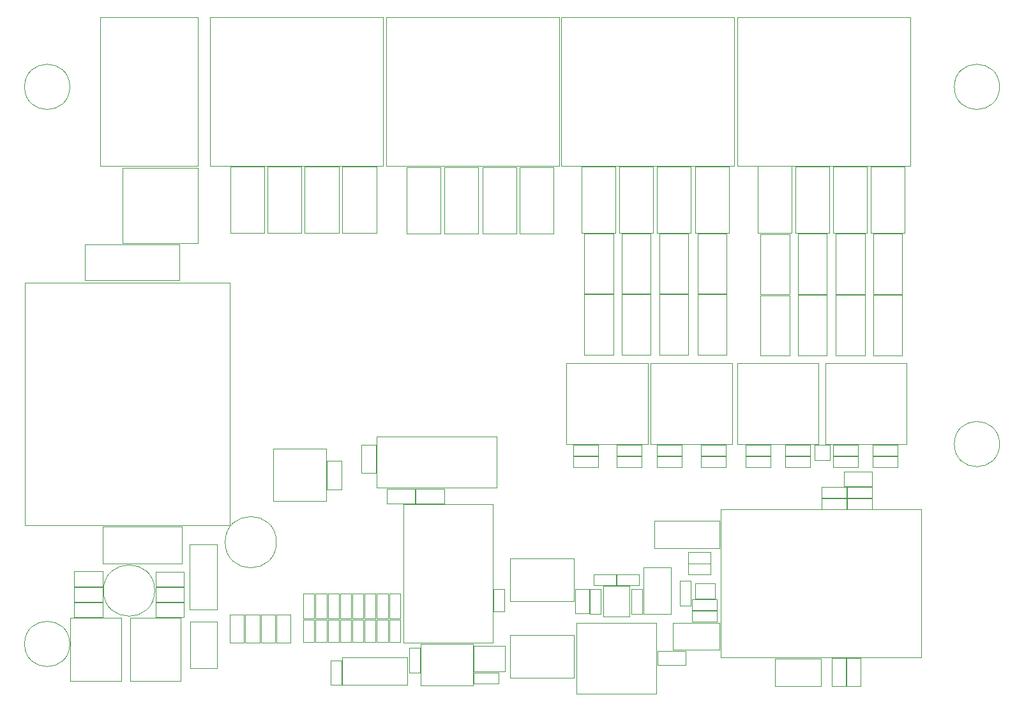
<source format=gbr>
G04 #@! TF.GenerationSoftware,KiCad,Pcbnew,8.0.2*
G04 #@! TF.CreationDate,2024-05-29T19:15:58+02:00*
G04 #@! TF.ProjectId,hamodule,68616d6f-6475-46c6-952e-6b696361645f,20240528.23.8*
G04 #@! TF.SameCoordinates,Original*
G04 #@! TF.FileFunction,Other,User*
%FSLAX46Y46*%
G04 Gerber Fmt 4.6, Leading zero omitted, Abs format (unit mm)*
G04 Created by KiCad (PCBNEW 8.0.2) date 2024-05-29 19:15:58*
%MOMM*%
%LPD*%
G01*
G04 APERTURE LIST*
%ADD10C,0.050000*%
%ADD11C,0.120000*%
G04 APERTURE END LIST*
D10*
X45952500Y-106937400D02*
X45952500Y-113087400D01*
X45952500Y-113087400D02*
X49552500Y-113087400D01*
X49552500Y-106937400D02*
X45952500Y-106937400D01*
X49552500Y-113087400D02*
X49552500Y-106937400D01*
X98231000Y-55461500D02*
X102071000Y-55461500D01*
X98231000Y-63461500D02*
X98231000Y-55461500D01*
X102071000Y-55461500D02*
X102071000Y-63461500D01*
X102071000Y-63461500D02*
X98231000Y-63461500D01*
X103184000Y-55461500D02*
X107024000Y-55461500D01*
X103184000Y-63461500D02*
X103184000Y-55461500D01*
X107024000Y-55461500D02*
X107024000Y-63461500D01*
X107024000Y-63461500D02*
X103184000Y-63461500D01*
X32002400Y-56933070D02*
X32002400Y-61633070D01*
X32002400Y-56933070D02*
X44502400Y-56933070D01*
X32002400Y-61633070D02*
X44502400Y-61633070D01*
X44502400Y-56933070D02*
X44502400Y-61633070D01*
X103184000Y-63513300D02*
X107024000Y-63513300D01*
X103184000Y-71513300D02*
X103184000Y-63513300D01*
X107024000Y-63513300D02*
X107024000Y-71513300D01*
X107024000Y-71513300D02*
X103184000Y-71513300D01*
X98231000Y-63513300D02*
X102071000Y-63513300D01*
X98231000Y-71513300D02*
X98231000Y-63513300D01*
X102071000Y-63513300D02*
X102071000Y-71513300D01*
X102071000Y-71513300D02*
X98231000Y-71513300D01*
X53279000Y-106008200D02*
X55179000Y-106008200D01*
X53279000Y-109708200D02*
X53279000Y-106008200D01*
X55179000Y-106008200D02*
X55179000Y-109708200D01*
X55179000Y-109708200D02*
X53279000Y-109708200D01*
X51221600Y-106007800D02*
X53121600Y-106007800D01*
X51221600Y-109707800D02*
X51221600Y-106007800D01*
X53121600Y-106007800D02*
X53121600Y-109707800D01*
X53121600Y-109707800D02*
X51221600Y-109707800D01*
X37989300Y-106449700D02*
X37989300Y-114849700D01*
X37989300Y-114849700D02*
X44739300Y-114849700D01*
X44739300Y-106449700D02*
X37989300Y-106449700D01*
X44739300Y-114849700D02*
X44739300Y-106449700D01*
X30602700Y-100289800D02*
X34362700Y-100289800D01*
X30602700Y-102249800D02*
X30602700Y-100289800D01*
X34362700Y-100289800D02*
X34362700Y-102249800D01*
X34362700Y-102249800D02*
X30602700Y-102249800D01*
X41397700Y-104379200D02*
X45157700Y-104379200D01*
X41397700Y-106339200D02*
X41397700Y-104379200D01*
X45157700Y-104379200D02*
X45157700Y-106339200D01*
X45157700Y-106339200D02*
X41397700Y-106339200D01*
X24056000Y-61946600D02*
X51256000Y-61946600D01*
X24056000Y-94146600D02*
X24056000Y-61946600D01*
X51256000Y-61946600D02*
X51256000Y-94146600D01*
X51256000Y-94146600D02*
X24056000Y-94146600D01*
X34408700Y-94339200D02*
X34408700Y-99249200D01*
X34408700Y-99249200D02*
X44908700Y-99249200D01*
X44908700Y-94339200D02*
X34408700Y-94339200D01*
X44908700Y-99249200D02*
X44908700Y-94339200D01*
X48612402Y-26776000D02*
X48612402Y-46486400D01*
X48612402Y-46486400D02*
X71523202Y-46486400D01*
X71523202Y-26776000D02*
X48612402Y-26776000D01*
X71523202Y-46486400D02*
X71523202Y-26776000D01*
X34066002Y-26799599D02*
X34066002Y-46509999D01*
X34066002Y-46509999D02*
X46974002Y-46509999D01*
X46974002Y-26799599D02*
X34066002Y-26799599D01*
X46974002Y-46509999D02*
X46974002Y-26799599D01*
X95184602Y-26771799D02*
X95184602Y-46482199D01*
X95184602Y-46482199D02*
X118095402Y-46482199D01*
X118095402Y-26771799D02*
X95184602Y-26771799D01*
X118095402Y-46482199D02*
X118095402Y-26771799D01*
X37027000Y-56765200D02*
X37027000Y-46765200D01*
X37027000Y-56765200D02*
X47027000Y-56765200D01*
X47027000Y-46765200D02*
X37027000Y-46765200D01*
X47027000Y-46765200D02*
X47027000Y-56765200D01*
X30000000Y-36000000D02*
G75*
G02*
X24000000Y-36000000I-3000000J0D01*
G01*
X24000000Y-36000000D02*
G75*
G02*
X30000000Y-36000000I3000000J0D01*
G01*
X153300000Y-36000000D02*
G75*
G02*
X147300000Y-36000000I-3000000J0D01*
G01*
X147300000Y-36000000D02*
G75*
G02*
X153300000Y-36000000I3000000J0D01*
G01*
X130189178Y-72686118D02*
X130189178Y-83386118D01*
X130189178Y-83386118D02*
X140989178Y-83386118D01*
X140989178Y-72686118D02*
X130189178Y-72686118D01*
X140989178Y-83386118D02*
X140989178Y-72686118D01*
X113242400Y-63513300D02*
X117082400Y-63513300D01*
X113242400Y-71513300D02*
X113242400Y-63513300D01*
X117082400Y-63513300D02*
X117082400Y-71513300D01*
X117082400Y-71513300D02*
X113242400Y-71513300D01*
X108213200Y-55461500D02*
X112053200Y-55461500D01*
X108213200Y-63461500D02*
X108213200Y-55461500D01*
X112053200Y-55461500D02*
X112053200Y-63461500D01*
X112053200Y-63461500D02*
X108213200Y-63461500D01*
X113242400Y-55461500D02*
X117082400Y-55461500D01*
X113242400Y-63461500D02*
X113242400Y-55461500D01*
X117082400Y-55461500D02*
X117082400Y-63461500D01*
X117082400Y-63461500D02*
X113242400Y-63461500D01*
X95881300Y-72689600D02*
X95881300Y-83389600D01*
X95881300Y-83389600D02*
X106681300Y-83389600D01*
X106681300Y-72689600D02*
X95881300Y-72689600D01*
X106681300Y-83389600D02*
X106681300Y-72689600D01*
X107057300Y-72689600D02*
X107057300Y-83389600D01*
X107057300Y-83389600D02*
X117857300Y-83389600D01*
X117857300Y-72689600D02*
X107057300Y-72689600D01*
X117857300Y-83389600D02*
X117857300Y-72689600D01*
X108213200Y-63513300D02*
X112053200Y-63513300D01*
X108213200Y-71513300D02*
X108213200Y-63513300D01*
X112053200Y-63513300D02*
X112053200Y-71513300D01*
X112053200Y-71513300D02*
X108213200Y-71513300D01*
X129726902Y-89057199D02*
X133026902Y-89057199D01*
X129726902Y-90517199D02*
X129726902Y-89057199D01*
X133026902Y-89057199D02*
X133026902Y-90517199D01*
X133026902Y-90517199D02*
X129726902Y-90517199D01*
X129714402Y-90581199D02*
X133014402Y-90581199D01*
X129714402Y-92041199D02*
X129714402Y-90581199D01*
X133014402Y-90581199D02*
X133014402Y-92041199D01*
X133014402Y-92041199D02*
X129714402Y-92041199D01*
X30064500Y-106449700D02*
X30064500Y-114849700D01*
X30064500Y-114849700D02*
X36814500Y-114849700D01*
X36814500Y-106449700D02*
X30064500Y-106449700D01*
X36814500Y-114849700D02*
X36814500Y-106449700D01*
X88397000Y-98542600D02*
X88397000Y-104242600D01*
X88397000Y-104242600D02*
X96897000Y-104242600D01*
X96897000Y-98542600D02*
X88397000Y-98542600D01*
X96897000Y-104242600D02*
X96897000Y-98542600D01*
X88395800Y-108702600D02*
X88395800Y-114402600D01*
X88395800Y-114402600D02*
X96895800Y-114402600D01*
X96895800Y-108702600D02*
X88395800Y-108702600D01*
X96895800Y-114402600D02*
X96895800Y-108702600D01*
X123505402Y-111859699D02*
X123505402Y-115459699D01*
X123505402Y-115459699D02*
X129655402Y-115459699D01*
X129655402Y-111859699D02*
X123505402Y-111859699D01*
X129655402Y-115459699D02*
X129655402Y-111859699D01*
X133069402Y-90581199D02*
X136369402Y-90581199D01*
X133069402Y-92041199D02*
X133069402Y-90581199D01*
X136369402Y-90581199D02*
X136369402Y-92041199D01*
X136369402Y-92041199D02*
X133069402Y-92041199D01*
X110925402Y-101519699D02*
X112385402Y-101519699D01*
X110925402Y-104819699D02*
X110925402Y-101519699D01*
X112385402Y-101519699D02*
X112385402Y-104819699D01*
X112385402Y-104819699D02*
X110925402Y-104819699D01*
X99455402Y-100659699D02*
X102415402Y-100659699D01*
X99455402Y-102119699D02*
X99455402Y-100659699D01*
X102415402Y-100659699D02*
X102415402Y-102119699D01*
X102415402Y-102119699D02*
X99455402Y-102119699D01*
X55361800Y-106008200D02*
X57261800Y-106008200D01*
X55361800Y-109708200D02*
X55361800Y-106008200D01*
X57261800Y-106008200D02*
X57261800Y-109708200D01*
X57261800Y-109708200D02*
X55361800Y-109708200D01*
X56988800Y-84027600D02*
X63988800Y-84027600D01*
X56988800Y-90927600D02*
X56988800Y-84027600D01*
X63988800Y-84027600D02*
X63988800Y-90927600D01*
X63988800Y-90927600D02*
X56988800Y-90927600D01*
X62603600Y-103253900D02*
X64063600Y-103253900D01*
X62603600Y-106553900D02*
X62603600Y-103253900D01*
X64063600Y-103253900D02*
X64063600Y-106553900D01*
X64063600Y-106553900D02*
X62603600Y-106553900D01*
X118542304Y-26771799D02*
X118542304Y-46482199D01*
X118542304Y-46482199D02*
X141453104Y-46482199D01*
X141453104Y-26771799D02*
X118542304Y-26771799D01*
X141453104Y-46482199D02*
X141453104Y-26771799D01*
X71980402Y-26776000D02*
X71980402Y-46486400D01*
X71980402Y-46486400D02*
X94891202Y-46486400D01*
X94891202Y-26776000D02*
X71980402Y-26776000D01*
X94891202Y-46486400D02*
X94891202Y-26776000D01*
X60978000Y-103252000D02*
X62438000Y-103252000D01*
X60978000Y-106552000D02*
X60978000Y-103252000D01*
X62438000Y-103252000D02*
X62438000Y-106552000D01*
X62438000Y-106552000D02*
X60978000Y-106552000D01*
X126539200Y-63617800D02*
X130379200Y-63617800D01*
X126539200Y-71617800D02*
X126539200Y-63617800D01*
X130379200Y-63617800D02*
X130379200Y-71617800D01*
X130379200Y-71617800D02*
X126539200Y-71617800D01*
X119612502Y-85031299D02*
X122912502Y-85031299D01*
X119612502Y-86491299D02*
X119612502Y-85031299D01*
X122912502Y-85031299D02*
X122912502Y-86491299D01*
X122912502Y-86491299D02*
X119612502Y-86491299D01*
X126539200Y-55485800D02*
X130379200Y-55485800D01*
X126539200Y-63485800D02*
X126539200Y-55485800D01*
X130379200Y-55485800D02*
X130379200Y-63485800D01*
X130379200Y-63485800D02*
X126539200Y-63485800D01*
X60978000Y-106724100D02*
X62438000Y-106724100D01*
X60978000Y-109684100D02*
X60978000Y-106724100D01*
X62438000Y-106724100D02*
X62438000Y-109684100D01*
X62438000Y-109684100D02*
X60978000Y-109684100D01*
X131244602Y-85031299D02*
X134544602Y-85031299D01*
X131244602Y-86491299D02*
X131244602Y-85031299D01*
X134544602Y-85031299D02*
X134544602Y-86491299D01*
X134544602Y-86491299D02*
X131244602Y-86491299D01*
X79652800Y-46654400D02*
X84152800Y-46654400D01*
X79652800Y-55504400D02*
X79652800Y-46654400D01*
X84152800Y-46654400D02*
X84152800Y-55504400D01*
X84152800Y-55504400D02*
X79652800Y-55504400D01*
X57393800Y-106007800D02*
X59293800Y-106007800D01*
X57393800Y-109707800D02*
X57393800Y-106007800D01*
X59293800Y-106007800D02*
X59293800Y-109707800D01*
X59293800Y-109707800D02*
X57393800Y-109707800D01*
X107877126Y-83482480D02*
X111177126Y-83482480D01*
X107877126Y-84942480D02*
X107877126Y-83482480D01*
X111177126Y-83482480D02*
X111177126Y-84942480D01*
X111177126Y-84942480D02*
X107877126Y-84942480D01*
X107484000Y-93602400D02*
X107484000Y-97202400D01*
X107484000Y-97202400D02*
X116134000Y-97202400D01*
X116134000Y-93602400D02*
X107484000Y-93602400D01*
X116134000Y-97202400D02*
X116134000Y-93602400D01*
X102854000Y-46550900D02*
X107354000Y-46550900D01*
X102854000Y-55400900D02*
X102854000Y-46550900D01*
X107354000Y-46550900D02*
X107354000Y-55400900D01*
X107354000Y-55400900D02*
X102854000Y-55400900D01*
X69106000Y-103252000D02*
X70566000Y-103252000D01*
X69106000Y-106552000D02*
X69106000Y-103252000D01*
X70566000Y-103252000D02*
X70566000Y-106552000D01*
X70566000Y-106552000D02*
X69106000Y-106552000D01*
X67480400Y-103253900D02*
X68940400Y-103253900D01*
X67480400Y-106553900D02*
X67480400Y-103253900D01*
X68940400Y-103253900D02*
X68940400Y-106553900D01*
X68940400Y-106553900D02*
X67480400Y-106553900D01*
X121600200Y-63665600D02*
X125440200Y-63665600D01*
X121600200Y-71665600D02*
X121600200Y-63665600D01*
X125440200Y-63665600D02*
X125440200Y-71665600D01*
X125440200Y-71665600D02*
X121600200Y-71665600D01*
X96750026Y-83482480D02*
X100050026Y-83482480D01*
X96750026Y-84942480D02*
X96750026Y-83482480D01*
X100050026Y-83482480D02*
X100050026Y-84942480D01*
X100050026Y-84942480D02*
X96750026Y-84942480D01*
X83578900Y-110176800D02*
X83578900Y-113576800D01*
X83578900Y-113576800D02*
X87678900Y-113576800D01*
X87678900Y-110176800D02*
X83578900Y-110176800D01*
X87678900Y-113576800D02*
X87678900Y-110176800D01*
X112025402Y-97749699D02*
X114985402Y-97749699D01*
X112025402Y-99209699D02*
X112025402Y-97749699D01*
X114985402Y-97749699D02*
X114985402Y-99209699D01*
X114985402Y-99209699D02*
X112025402Y-99209699D01*
X57400400Y-96398400D02*
G75*
G02*
X50600400Y-96398400I-3400000J0D01*
G01*
X50600400Y-96398400D02*
G75*
G02*
X57400400Y-96398400I3400000J0D01*
G01*
X136476202Y-83507299D02*
X139776202Y-83507299D01*
X136476202Y-84967299D02*
X136476202Y-83507299D01*
X139776202Y-83507299D02*
X139776202Y-84967299D01*
X139776202Y-84967299D02*
X136476202Y-84967299D01*
X121600200Y-55535600D02*
X125440200Y-55535600D01*
X121600200Y-63535600D02*
X121600200Y-55535600D01*
X125440200Y-55535600D02*
X125440200Y-63535600D01*
X125440200Y-63535600D02*
X121600200Y-63535600D01*
X112025402Y-99224699D02*
X114985402Y-99224699D01*
X112025402Y-100684699D02*
X112025402Y-99224699D01*
X114985402Y-99224699D02*
X114985402Y-100684699D01*
X114985402Y-100684699D02*
X112025402Y-100684699D01*
D11*
X116305402Y-92069699D02*
X116305402Y-111669699D01*
X142905402Y-92069699D02*
X116305402Y-92069699D01*
X142905402Y-111669699D02*
X116305402Y-111669699D01*
X142905402Y-111669699D02*
X142905402Y-92069699D01*
D10*
X136572200Y-55485800D02*
X140412200Y-55485800D01*
X136572200Y-63485800D02*
X136572200Y-55485800D01*
X140412200Y-55485800D02*
X140412200Y-63485800D01*
X140412200Y-63485800D02*
X136572200Y-63485800D01*
X69106000Y-106724000D02*
X70566000Y-106724000D01*
X69106000Y-109684000D02*
X69106000Y-106724000D01*
X70566000Y-106724000D02*
X70566000Y-109684000D01*
X70566000Y-109684000D02*
X69106000Y-109684000D01*
X83564300Y-113686800D02*
X86864300Y-113686800D01*
X83564300Y-115146800D02*
X83564300Y-113686800D01*
X86864300Y-113686800D02*
X86864300Y-115146800D01*
X86864300Y-115146800D02*
X83564300Y-115146800D01*
X112912400Y-46550900D02*
X117412400Y-46550900D01*
X112912400Y-55400900D02*
X112912400Y-46550900D01*
X117412400Y-46550900D02*
X117412400Y-55400900D01*
X117412400Y-55400900D02*
X112912400Y-55400900D01*
X106115402Y-99744699D02*
X106115402Y-105894699D01*
X106115402Y-105894699D02*
X109715402Y-105894699D01*
X109715402Y-99744699D02*
X106115402Y-99744699D01*
X109715402Y-105894699D02*
X109715402Y-99744699D01*
X131252400Y-46552800D02*
X135752400Y-46552800D01*
X131252400Y-55402800D02*
X131252400Y-46552800D01*
X135752400Y-46552800D02*
X135752400Y-55402800D01*
X135752400Y-55402800D02*
X131252400Y-55402800D01*
X74985200Y-110415200D02*
X76445200Y-110415200D01*
X74985200Y-113715200D02*
X74985200Y-110415200D01*
X76445200Y-110415200D02*
X76445200Y-113715200D01*
X76445200Y-113715200D02*
X74985200Y-113715200D01*
X86163400Y-102660000D02*
X87623400Y-102660000D01*
X86163400Y-105620000D02*
X86163400Y-102660000D01*
X87623400Y-102660000D02*
X87623400Y-105620000D01*
X87623400Y-105620000D02*
X86163400Y-105620000D01*
X110005800Y-107089800D02*
X110005800Y-110689800D01*
X110005800Y-110689800D02*
X116155800Y-110689800D01*
X116155800Y-107089800D02*
X110005800Y-107089800D01*
X116155800Y-110689800D02*
X116155800Y-107089800D01*
X124844902Y-83507299D02*
X128144902Y-83507299D01*
X124844902Y-84967299D02*
X124844902Y-83507299D01*
X128144902Y-83507299D02*
X128144902Y-84967299D01*
X128144902Y-84967299D02*
X124844902Y-84967299D01*
X128807200Y-83531200D02*
X128807200Y-85531200D01*
X128807200Y-83531200D02*
X130807200Y-83531200D01*
X130807200Y-85531200D02*
X128807200Y-85531200D01*
X130807200Y-85531200D02*
X130807200Y-83531200D01*
X132984200Y-111764200D02*
X134884200Y-111764200D01*
X132984200Y-115464200D02*
X132984200Y-111764200D01*
X134884200Y-111764200D02*
X134884200Y-115464200D01*
X134884200Y-115464200D02*
X132984200Y-115464200D01*
X68641400Y-83460100D02*
X70601400Y-83460100D01*
X68641400Y-87220100D02*
X68641400Y-83460100D01*
X70601400Y-83460100D02*
X70601400Y-87220100D01*
X70601400Y-87220100D02*
X68641400Y-87220100D01*
X97005600Y-102658400D02*
X97005600Y-105858400D01*
X98905600Y-102658400D02*
X97005600Y-102658400D01*
X98905600Y-102658400D02*
X98905600Y-105858400D01*
X98905600Y-105858400D02*
X97005600Y-105858400D01*
X126247800Y-46552800D02*
X130747800Y-46552800D01*
X126247800Y-55402800D02*
X126247800Y-46552800D01*
X130747800Y-46552800D02*
X130747800Y-55402800D01*
X130747800Y-55402800D02*
X126247800Y-55402800D01*
X66158300Y-46567900D02*
X70658300Y-46567900D01*
X66158300Y-55417900D02*
X66158300Y-46567900D01*
X70658300Y-46567900D02*
X70658300Y-55417900D01*
X70658300Y-55417900D02*
X66158300Y-55417900D01*
X118505178Y-72686118D02*
X118505178Y-83386118D01*
X118505178Y-83386118D02*
X129305178Y-83386118D01*
X129305178Y-72686118D02*
X118505178Y-72686118D01*
X129305178Y-83386118D02*
X129305178Y-72686118D01*
X131593800Y-55485800D02*
X135433800Y-55485800D01*
X131593800Y-63485800D02*
X131593800Y-55485800D01*
X135433800Y-55485800D02*
X135433800Y-63485800D01*
X135433800Y-63485800D02*
X131593800Y-63485800D01*
X136476202Y-85031299D02*
X139776202Y-85031299D01*
X136476202Y-86491299D02*
X136476202Y-85031299D01*
X139776202Y-85031299D02*
X139776202Y-86491299D01*
X139776202Y-86491299D02*
X136476202Y-86491299D01*
X30602700Y-102347200D02*
X34362700Y-102347200D01*
X30602700Y-104307200D02*
X30602700Y-102347200D01*
X34362700Y-102347200D02*
X34362700Y-104307200D01*
X34362700Y-104307200D02*
X30602700Y-104307200D01*
X66142800Y-111701700D02*
X66142800Y-115301700D01*
X66142800Y-115301700D02*
X74792800Y-115301700D01*
X74792800Y-111701700D02*
X66142800Y-111701700D01*
X74792800Y-115301700D02*
X74792800Y-111701700D01*
X74699800Y-46654400D02*
X79199800Y-46654400D01*
X74699800Y-55504400D02*
X74699800Y-46654400D01*
X79199800Y-46654400D02*
X79199800Y-55504400D01*
X79199800Y-55504400D02*
X74699800Y-55504400D01*
X97161402Y-107105599D02*
X97161402Y-116525599D01*
X97161402Y-107105599D02*
X107801402Y-107105599D01*
X97161402Y-116525599D02*
X107801402Y-116525599D01*
X107801402Y-107105599D02*
X107801402Y-116525599D01*
X113668326Y-83482480D02*
X116968326Y-83482480D01*
X113668326Y-84942480D02*
X113668326Y-83482480D01*
X116968326Y-83482480D02*
X116968326Y-84942480D01*
X116968326Y-84942480D02*
X113668326Y-84942480D01*
X70688400Y-82375400D02*
X70688400Y-89125400D01*
X70688400Y-89125400D02*
X86588400Y-89125400D01*
X86588400Y-82375400D02*
X70688400Y-82375400D01*
X86588400Y-89125400D02*
X86588400Y-82375400D01*
X64229200Y-103253900D02*
X65689200Y-103253900D01*
X64229200Y-106553900D02*
X64229200Y-103253900D01*
X65689200Y-103253900D02*
X65689200Y-106553900D01*
X65689200Y-106553900D02*
X64229200Y-106553900D01*
X45923200Y-96680400D02*
X45923200Y-105330400D01*
X45923200Y-105330400D02*
X49523200Y-105330400D01*
X49523200Y-96680400D02*
X45923200Y-96680400D01*
X49523200Y-105330400D02*
X49523200Y-96680400D01*
X107874126Y-85006480D02*
X111174126Y-85006480D01*
X107874126Y-86466480D02*
X107874126Y-85006480D01*
X111174126Y-85006480D02*
X111174126Y-86466480D01*
X111174126Y-86466480D02*
X107874126Y-86466480D01*
X72357200Y-106724000D02*
X73817200Y-106724000D01*
X72357200Y-109684000D02*
X72357200Y-106724000D01*
X73817200Y-106724000D02*
X73817200Y-109684000D01*
X73817200Y-109684000D02*
X72357200Y-109684000D01*
X74218400Y-91333200D02*
X74218400Y-109733200D01*
X74218400Y-109733200D02*
X86078400Y-109733200D01*
X86078400Y-91333200D02*
X74218400Y-91333200D01*
X86078400Y-109733200D02*
X86078400Y-91333200D01*
X102491100Y-85006480D02*
X105791100Y-85006480D01*
X102491100Y-86466480D02*
X102491100Y-85006480D01*
X105791100Y-85006480D02*
X105791100Y-86466480D01*
X105791100Y-86466480D02*
X102491100Y-86466480D01*
X41405500Y-100315200D02*
X45165500Y-100315200D01*
X41405500Y-102275200D02*
X41405500Y-100315200D01*
X45165500Y-100315200D02*
X45165500Y-102275200D01*
X45165500Y-102275200D02*
X41405500Y-102275200D01*
X136230800Y-46552800D02*
X140730800Y-46552800D01*
X136230800Y-55402800D02*
X136230800Y-46552800D01*
X140730800Y-46552800D02*
X140730800Y-55402800D01*
X140730800Y-55402800D02*
X136230800Y-55402800D01*
X107883200Y-46550900D02*
X112383200Y-46550900D01*
X107883200Y-55400900D02*
X107883200Y-46550900D01*
X112383200Y-46550900D02*
X112383200Y-55400900D01*
X112383200Y-55400900D02*
X107883200Y-55400900D01*
X119612502Y-83507299D02*
X122912502Y-83507299D01*
X119612502Y-84967299D02*
X119612502Y-83507299D01*
X122912502Y-83507299D02*
X122912502Y-84967299D01*
X122912502Y-84967299D02*
X119612502Y-84967299D01*
X62603600Y-106724000D02*
X64063600Y-106724000D01*
X62603600Y-109684000D02*
X62603600Y-106724000D01*
X64063600Y-106724000D02*
X64063600Y-109684000D01*
X64063600Y-109684000D02*
X62603600Y-109684000D01*
X64573400Y-112065800D02*
X66033400Y-112065800D01*
X64573400Y-115365800D02*
X64573400Y-112065800D01*
X66033400Y-112065800D02*
X66033400Y-115365800D01*
X66033400Y-115365800D02*
X64573400Y-115365800D01*
X84732800Y-46654400D02*
X89232800Y-46654400D01*
X84732800Y-55504400D02*
X84732800Y-46654400D01*
X89232800Y-46654400D02*
X89232800Y-55504400D01*
X89232800Y-55504400D02*
X84732800Y-55504400D01*
X72357200Y-103252000D02*
X73817200Y-103252000D01*
X72357200Y-106552000D02*
X72357200Y-103252000D01*
X73817200Y-103252000D02*
X73817200Y-106552000D01*
X73817200Y-106552000D02*
X72357200Y-106552000D01*
X124844902Y-85031299D02*
X128144902Y-85031299D01*
X124844902Y-86491299D02*
X124844902Y-85031299D01*
X128144902Y-85031299D02*
X128144902Y-86491299D01*
X128144902Y-86491299D02*
X124844902Y-86491299D01*
X72034000Y-89291600D02*
X75794000Y-89291600D01*
X72034000Y-91251600D02*
X72034000Y-89291600D01*
X75794000Y-89291600D02*
X75794000Y-91251600D01*
X75794000Y-91251600D02*
X72034000Y-91251600D01*
X113665326Y-85006480D02*
X116965326Y-85006480D01*
X113665326Y-86466480D02*
X113665326Y-85006480D01*
X116965326Y-85006480D02*
X116965326Y-86466480D01*
X116965326Y-86466480D02*
X113665326Y-86466480D01*
X64069400Y-85623000D02*
X66029400Y-85623000D01*
X64069400Y-89383000D02*
X64069400Y-85623000D01*
X66029400Y-85623000D02*
X66029400Y-89383000D01*
X66029400Y-89383000D02*
X64069400Y-89383000D01*
X104455402Y-102609699D02*
X105915402Y-102609699D01*
X104455402Y-105909699D02*
X104455402Y-102609699D01*
X105915402Y-102609699D02*
X105915402Y-105909699D01*
X105915402Y-105909699D02*
X104455402Y-105909699D01*
X70731600Y-103252000D02*
X72191600Y-103252000D01*
X70731600Y-106552000D02*
X70731600Y-103252000D01*
X72191600Y-103252000D02*
X72191600Y-106552000D01*
X72191600Y-106552000D02*
X70731600Y-106552000D01*
X56238300Y-46567900D02*
X60738300Y-46567900D01*
X56238300Y-55417900D02*
X56238300Y-46567900D01*
X60738300Y-46567900D02*
X60738300Y-55417900D01*
X60738300Y-55417900D02*
X56238300Y-55417900D01*
X107938200Y-110835400D02*
X111638200Y-110835400D01*
X107938200Y-112735400D02*
X107938200Y-110835400D01*
X111638200Y-110835400D02*
X111638200Y-112735400D01*
X111638200Y-112735400D02*
X107938200Y-112735400D01*
X112944602Y-101863299D02*
X112944602Y-103863299D01*
X112944602Y-103863299D02*
X115586202Y-103863299D01*
X115586202Y-101863299D02*
X112944602Y-101863299D01*
X115586202Y-103863299D02*
X115586202Y-101863299D01*
X65854800Y-106724000D02*
X67314800Y-106724000D01*
X65854800Y-109684000D02*
X65854800Y-106724000D01*
X67314800Y-106724000D02*
X67314800Y-109684000D01*
X67314800Y-109684000D02*
X65854800Y-109684000D01*
X100785402Y-102179699D02*
X100785402Y-106279699D01*
X100785402Y-106279699D02*
X104185402Y-106279699D01*
X104185402Y-102179699D02*
X100785402Y-102179699D01*
X104185402Y-106279699D02*
X104185402Y-102179699D01*
X102545402Y-100659699D02*
X105505402Y-100659699D01*
X102545402Y-102119699D02*
X102545402Y-100659699D01*
X105505402Y-100659699D02*
X105505402Y-102119699D01*
X105505402Y-102119699D02*
X102545402Y-102119699D01*
X153300000Y-83388200D02*
G75*
G02*
X147300000Y-83388200I-3000000J0D01*
G01*
X147300000Y-83388200D02*
G75*
G02*
X153300000Y-83388200I3000000J0D01*
G01*
X112497002Y-103943400D02*
X115797002Y-103943400D01*
X112497002Y-105403400D02*
X112497002Y-103943400D01*
X115797002Y-103943400D02*
X115797002Y-105403400D01*
X115797002Y-105403400D02*
X112497002Y-105403400D01*
X30602700Y-104379200D02*
X34362700Y-104379200D01*
X30602700Y-106339200D02*
X30602700Y-104379200D01*
X34362700Y-104379200D02*
X34362700Y-106339200D01*
X34362700Y-106339200D02*
X30602700Y-106339200D01*
X64229200Y-106724000D02*
X65689200Y-106724000D01*
X64229200Y-109684000D02*
X64229200Y-106724000D01*
X65689200Y-106724000D02*
X65689200Y-109684000D01*
X65689200Y-109684000D02*
X64229200Y-109684000D01*
X131593800Y-63613800D02*
X135433800Y-63613800D01*
X131593800Y-71613800D02*
X131593800Y-63613800D01*
X135433800Y-63613800D02*
X135433800Y-71613800D01*
X135433800Y-71613800D02*
X131593800Y-71613800D01*
X41260700Y-102819200D02*
G75*
G02*
X34460700Y-102819200I-3400000J0D01*
G01*
X34460700Y-102819200D02*
G75*
G02*
X41260700Y-102819200I3400000J0D01*
G01*
X121247800Y-46523400D02*
X125747800Y-46523400D01*
X121247800Y-55373400D02*
X121247800Y-46523400D01*
X125747800Y-46523400D02*
X125747800Y-55373400D01*
X125747800Y-55373400D02*
X121247800Y-55373400D01*
X97875600Y-46550900D02*
X102375600Y-46550900D01*
X97875600Y-55400900D02*
X97875600Y-46550900D01*
X102375600Y-46550900D02*
X102375600Y-55400900D01*
X102375600Y-55400900D02*
X97875600Y-55400900D01*
X67480400Y-106724000D02*
X68940400Y-106724000D01*
X67480400Y-109684000D02*
X67480400Y-106724000D01*
X68940400Y-106724000D02*
X68940400Y-109684000D01*
X68940400Y-109684000D02*
X67480400Y-109684000D01*
X136572200Y-63613800D02*
X140412200Y-63613800D01*
X136572200Y-71613800D02*
X136572200Y-63613800D01*
X140412200Y-63613800D02*
X140412200Y-71613800D01*
X140412200Y-71613800D02*
X136572200Y-71613800D01*
X133088502Y-89057199D02*
X136388502Y-89057199D01*
X133088502Y-90517199D02*
X133088502Y-89057199D01*
X136388502Y-89057199D02*
X136388502Y-90517199D01*
X136388502Y-90517199D02*
X133088502Y-90517199D01*
X41397700Y-102347200D02*
X45157700Y-102347200D01*
X41397700Y-104307200D02*
X41397700Y-102347200D01*
X45157700Y-102347200D02*
X45157700Y-104307200D01*
X45157700Y-104307200D02*
X41397700Y-104307200D01*
X89685800Y-46654400D02*
X94185800Y-46654400D01*
X89685800Y-55504400D02*
X89685800Y-46654400D01*
X94185800Y-46654400D02*
X94185800Y-55504400D01*
X94185800Y-55504400D02*
X89685800Y-55504400D01*
X65854800Y-103253900D02*
X67314800Y-103253900D01*
X65854800Y-106553900D02*
X65854800Y-103253900D01*
X67314800Y-103253900D02*
X67314800Y-106553900D01*
X67314800Y-106553900D02*
X65854800Y-106553900D01*
X76541600Y-109899200D02*
X76541600Y-115399200D01*
X76541600Y-115399200D02*
X83441600Y-115399200D01*
X83441600Y-109899200D02*
X76541600Y-109899200D01*
X83441600Y-115399200D02*
X83441600Y-109899200D01*
X102490426Y-83471000D02*
X105790426Y-83471000D01*
X102490426Y-84931000D02*
X102490426Y-83471000D01*
X105790426Y-83471000D02*
X105790426Y-84931000D01*
X105790426Y-84931000D02*
X102490426Y-84931000D01*
X112497002Y-105467400D02*
X115797002Y-105467400D01*
X112497002Y-106927400D02*
X112497002Y-105467400D01*
X115797002Y-105467400D02*
X115797002Y-106927400D01*
X115797002Y-106927400D02*
X112497002Y-106927400D01*
X51285300Y-46567900D02*
X55785300Y-46567900D01*
X51285300Y-55417900D02*
X51285300Y-46567900D01*
X55785300Y-46567900D02*
X55785300Y-55417900D01*
X55785300Y-55417900D02*
X51285300Y-55417900D01*
X131028400Y-111764200D02*
X132928400Y-111764200D01*
X131028400Y-115464200D02*
X131028400Y-111764200D01*
X132928400Y-111764200D02*
X132928400Y-115464200D01*
X132928400Y-115464200D02*
X131028400Y-115464200D01*
X98985402Y-102589699D02*
X100445402Y-102589699D01*
X98985402Y-105889699D02*
X98985402Y-102589699D01*
X100445402Y-102589699D02*
X100445402Y-105889699D01*
X100445402Y-105889699D02*
X98985402Y-105889699D01*
X30000000Y-109900000D02*
G75*
G02*
X24000000Y-109900000I-3000000J0D01*
G01*
X24000000Y-109900000D02*
G75*
G02*
X30000000Y-109900000I3000000J0D01*
G01*
X96748926Y-85006480D02*
X100048926Y-85006480D01*
X96748926Y-86466480D02*
X96748926Y-85006480D01*
X100048926Y-85006480D02*
X100048926Y-86466480D01*
X100048926Y-86466480D02*
X96748926Y-86466480D01*
X61158300Y-46567900D02*
X65658300Y-46567900D01*
X61158300Y-55417900D02*
X61158300Y-46567900D01*
X65658300Y-46567900D02*
X65658300Y-55417900D01*
X65658300Y-55417900D02*
X61158300Y-55417900D01*
X132655802Y-87039699D02*
X136415802Y-87039699D01*
X132655802Y-88999699D02*
X132655802Y-87039699D01*
X136415802Y-87039699D02*
X136415802Y-88999699D01*
X136415802Y-88999699D02*
X132655802Y-88999699D01*
X75894800Y-89291600D02*
X79654800Y-89291600D01*
X75894800Y-91251600D02*
X75894800Y-89291600D01*
X79654800Y-89291600D02*
X79654800Y-91251600D01*
X79654800Y-91251600D02*
X75894800Y-91251600D01*
X70731600Y-106724000D02*
X72191600Y-106724000D01*
X70731600Y-109684000D02*
X70731600Y-106724000D01*
X72191600Y-106724000D02*
X72191600Y-109684000D01*
X72191600Y-109684000D02*
X70731600Y-109684000D01*
X131243802Y-83507299D02*
X134543802Y-83507299D01*
X131243802Y-84967299D02*
X131243802Y-83507299D01*
X134543802Y-83507299D02*
X134543802Y-84967299D01*
X134543802Y-84967299D02*
X131243802Y-84967299D01*
M02*

</source>
